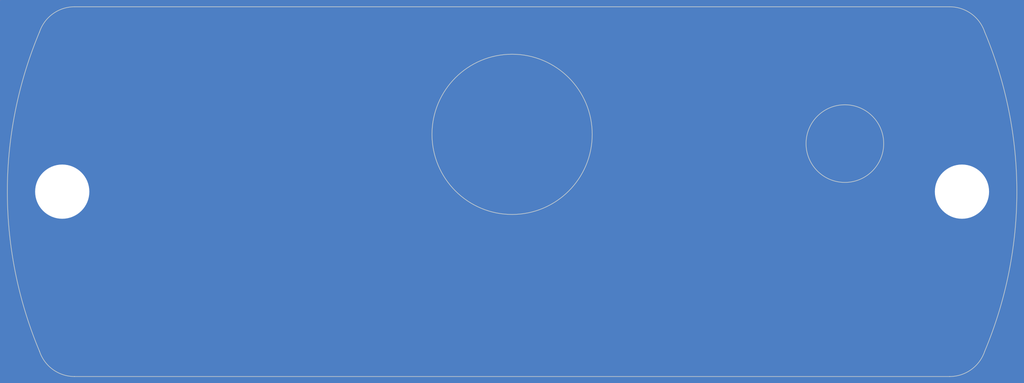
<source format=kicad_pcb>
(kicad_pcb (version 20171130) (host pcbnew "(5.1.6)-1")

  (general
    (thickness 1.6)
    (drawings 19)
    (tracks 2)
    (zones 0)
    (modules 0)
    (nets 1)
  )

  (page A4)
  (layers
    (0 F.Cu signal)
    (31 B.Cu signal)
    (32 B.Adhes user)
    (33 F.Adhes user)
    (34 B.Paste user)
    (35 F.Paste user)
    (36 B.SilkS user)
    (37 F.SilkS user)
    (38 B.Mask user)
    (39 F.Mask user)
    (40 Dwgs.User user)
    (41 Cmts.User user)
    (42 Eco1.User user)
    (43 Eco2.User user)
    (44 Edge.Cuts user)
    (45 Margin user)
    (46 B.CrtYd user)
    (47 F.CrtYd user)
    (48 B.Fab user)
    (49 F.Fab user)
  )

  (setup
    (last_trace_width 0.25)
    (user_trace_width 0.5)
    (user_trace_width 1)
    (trace_clearance 0.2)
    (zone_clearance 0.508)
    (zone_45_only no)
    (trace_min 0.2)
    (via_size 0.8)
    (via_drill 0.4)
    (via_min_size 0.4)
    (via_min_drill 0.3)
    (uvia_size 0.3)
    (uvia_drill 0.1)
    (uvias_allowed no)
    (uvia_min_size 0.2)
    (uvia_min_drill 0.1)
    (edge_width 0.05)
    (segment_width 0.2)
    (pcb_text_width 0.3)
    (pcb_text_size 1.5 1.5)
    (mod_edge_width 0.12)
    (mod_text_size 1 1)
    (mod_text_width 0.15)
    (pad_size 3 3)
    (pad_drill 1.6)
    (pad_to_mask_clearance 0.05)
    (aux_axis_origin 0 0)
    (visible_elements 7FFFFFFF)
    (pcbplotparams
      (layerselection 0x010f0_ffffffff)
      (usegerberextensions false)
      (usegerberattributes true)
      (usegerberadvancedattributes true)
      (creategerberjobfile true)
      (excludeedgelayer true)
      (linewidth 0.100000)
      (plotframeref false)
      (viasonmask true)
      (mode 1)
      (useauxorigin false)
      (hpglpennumber 1)
      (hpglpenspeed 20)
      (hpglpendiameter 15.000000)
      (psnegative false)
      (psa4output false)
      (plotreference false)
      (plotvalue false)
      (plotinvisibletext false)
      (padsonsilk false)
      (subtractmaskfromsilk false)
      (outputformat 1)
      (mirror false)
      (drillshape 0)
      (scaleselection 1)
      (outputdirectory "plots/rear_panel"))
  )

  (net 0 "")

  (net_class Default "This is the default net class."
    (clearance 0.2)
    (trace_width 0.25)
    (via_dia 0.8)
    (via_drill 0.4)
    (uvia_dia 0.3)
    (uvia_drill 0.1)
  )

  (gr_text "OFF\n" (at 164.5 116.1) (layer F.Mask) (tstamp 5F3FE4CC)
    (effects (font (size 1 1) (thickness 0.15)))
  )
  (gr_text ON (at 164.5 106.1) (layer F.Mask) (tstamp 5F3FE4CC)
    (effects (font (size 1 1) (thickness 0.15)))
  )
  (gr_text "CUTOUT\n" (at 164.5 111.15) (layer F.Mask) (tstamp 5F3FE4CC)
    (effects (font (size 1 1) (thickness 0.15)))
  )
  (gr_circle (center 164.5 111.1) (end 167.65 111.1) (layer Edge.Cuts) (width 0.05))
  (gr_text "CUTOUT\n" (at 137.5 110.5) (layer F.Mask)
    (effects (font (size 1 1) (thickness 0.15)))
  )
  (gr_circle (center 137.5 110.35) (end 144 110.35) (layer Edge.Cuts) (width 0.05))
  (gr_text "OUTPUT\n" (at 137.5 123.8) (layer F.Mask) (tstamp 5F3FDE4E)
    (effects (font (size 3 3) (thickness 0.6)))
  )
  (gr_text "0.1 - 10 Hz Low Noise Amplifier" (at 137.5 128) (layer F.Mask)
    (effects (font (size 1 1) (thickness 0.2)))
  )
  (gr_poly (pts (xy 179 130.5) (xy 96 130.5) (xy 96 99.5) (xy 179 99.5)) (layer B.Cu) (width 0.1) (tstamp 5F3FDD34))
  (gr_poly (pts (xy 179 130.5) (xy 96 130.5) (xy 96 99.5) (xy 179 99.5)) (layer F.Cu) (width 0.1))
  (gr_circle (center 137.5 110.35) (end 144.5 110.35) (layer F.Mask) (width 4))
  (gr_arc (start 129.999421 114.998265) (end 99.153372 127.946947) (angle 45.5406599) (layer Edge.Cuts) (width 0.05) (tstamp 5F3FD408))
  (gr_arc (start 102 127) (end 102 130) (angle 71.6) (layer Edge.Cuts) (width 0.05))
  (gr_arc (start 102 103) (end 102 100) (angle -71.6) (layer Edge.Cuts) (width 0.05))
  (gr_arc (start 145 115) (end 175.846049 127.948682) (angle -45.5406599) (layer Edge.Cuts) (width 0.05))
  (gr_arc (start 173 103) (end 173 100) (angle 71.6) (layer Edge.Cuts) (width 0.05))
  (gr_arc (start 173 127) (end 173 130) (angle -71.56505118) (layer Edge.Cuts) (width 0.05))
  (gr_line (start 102 130) (end 173 130) (layer Edge.Cuts) (width 0.05))
  (gr_line (start 102 100) (end 173 100) (layer Edge.Cuts) (width 0.05))

  (via (at 174 115) (size 8) (drill 4.4) (layers F.Cu B.Cu) (net 0))
  (via (at 101 115) (size 8) (drill 4.4) (layers F.Cu B.Cu) (net 0) (tstamp 5F3FD630))

)

</source>
